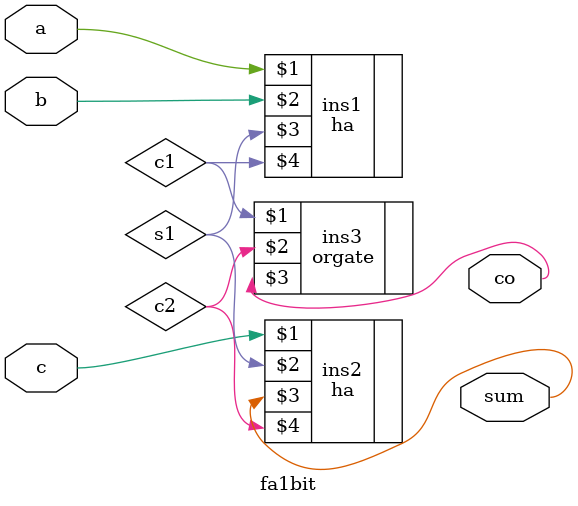
<source format=v>
module fa1bit(a,b,c,sum,co);
input a,b,c;
output sum,co;
/*
assign sum=a^b^c;
assign co=(a&b)|(a&c)|(b&c);
*/

ha ins1(a,b,s1,c1);
ha ins2(c,s1,sum,c2);
orgate ins3(c1,c2,co);

endmodule
</source>
